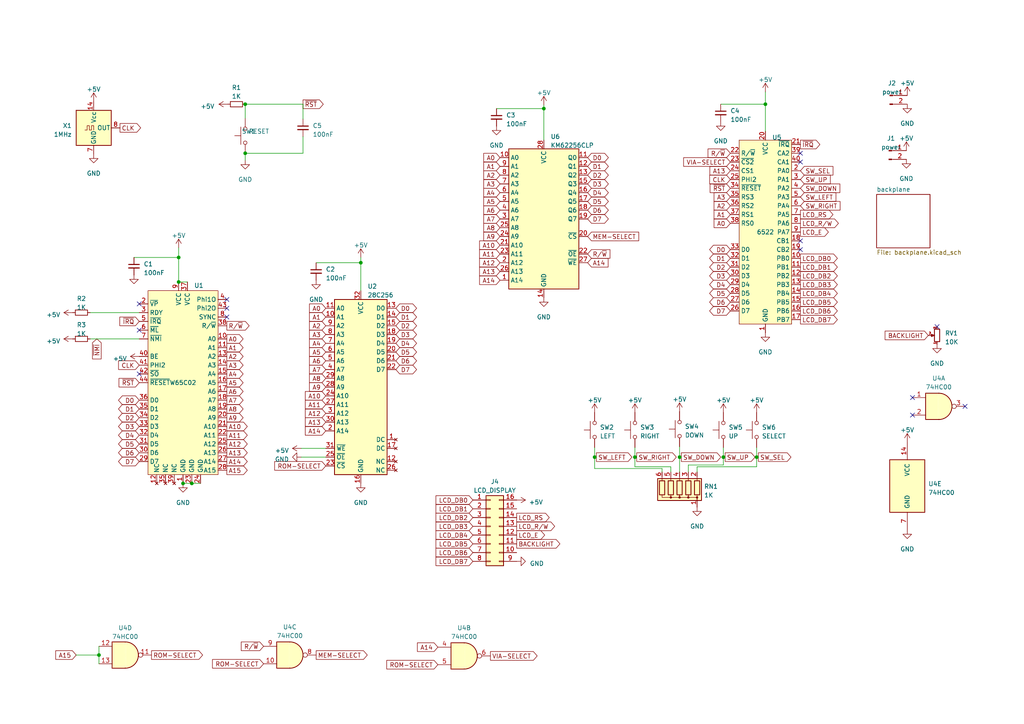
<source format=kicad_sch>
(kicad_sch (version 20230121) (generator eeschema)
  (paper "A4")
  (lib_symbols
    (symbol "74xx:74HC00" (pin_names (offset 1.016))
      (property "Reference" "U" (at 0 1.27 0))
      (property "Value" "74HC00" (at 0 -1.27 0))
      (symbol "74HC00_1_1"
        (pin input line (at -7.62 2.54 0) (length 3.81) (name "~") (number "1"))
        (pin input line (at -7.62 -2.54 0) (length 3.81) (name "~") (number "2"))
        (pin output inverted (at 7.62 0 180) (length 3.81) (name "~") (number "3"))
      )
      (symbol "74HC00_1_2"
        (pin input inverted (at -7.62 2.54 0) (length 4.318) (name "~") (number "1"))
        (pin input inverted (at -7.62 -2.54 0) (length 4.318) (name "~") (number "2"))
        (pin output line (at 7.62 0 180) (length 3.81) (name "~") (number "3"))
      )
      (symbol "74HC00_2_1"
        (pin input line (at -7.62 2.54 0) (length 3.81) (name "~") (number "4"))
        (pin input line (at -7.62 -2.54 0) (length 3.81) (name "~") (number "5"))
        (pin output inverted (at 7.62 0 180) (length 3.81) (name "~") (number "6"))
      )
      (symbol "74HC00_2_2"
        (pin input inverted (at -7.62 2.54 0) (length 4.318) (name "~") (number "4"))
        (pin input inverted (at -7.62 -2.54 0) (length 4.318) (name "~") (number "5"))
        (pin output line (at 7.62 0 180) (length 3.81) (name "~") (number "6"))
      )
      (symbol "74HC00_3_1"
        (pin input line (at -7.62 -2.54 0) (length 3.81) (name "~") (number "10"))
        (pin output inverted (at 7.62 0 180) (length 3.81) (name "~") (number "8"))
        (pin input line (at -7.62 2.54 0) (length 3.81) (name "~") (number "9"))
      )
      (symbol "74HC00_3_2"
        (pin input inverted (at -7.62 -2.54 0) (length 4.318) (name "~") (number "10"))
        (pin output line (at 7.62 0 180) (length 3.81) (name "~") (number "8"))
        (pin input inverted (at -7.62 2.54 0) (length 4.318) (name "~") (number "9"))
      )
      (symbol "74HC00_4_1"
        (pin output inverted (at 7.62 0 180) (length 3.81) (name "~") (number "11"))
        (pin input line (at -7.62 2.54 0) (length 3.81) (name "~") (number "12"))
        (pin input line (at -7.62 -2.54 0) (length 3.81) (name "~") (number "13"))
      )
      (symbol "74HC00_4_2"
        (pin output line (at 7.62 0 180) (length 3.81) (name "~") (number "11"))
        (pin input inverted (at -7.62 2.54 0) (length 4.318) (name "~") (number "12"))
        (pin input inverted (at -7.62 -2.54 0) (length 4.318) (name "~") (number "13"))
      )
      (symbol "74HC00_5_0"
        (pin power_in line (at 0 12.7 270) (length 5.08) (name "VCC") (number "14"))
        (pin power_in line (at 0 -12.7 90) (length 5.08) (name "GND") (number "7"))
      )
    )
    (symbol "BenEater:28C256_PLCC"
      (property "Reference" "U" (at -7.62 26.67 0))
      (property "Value" "28C256" (at 2.54 -26.67 0))
      (symbol "28C256_PLCC_1_1"
        (pin no_connect line (at 10.16 -15.24 180) (length 2.54) (name "DC") (number "1"))
        (pin input line (at -10.16 20.32 0) (length 2.54) (name "A1") (number "10"))
        (pin input line (at -10.16 22.86 0) (length 2.54) (name "A0") (number "11"))
        (pin no_connect line (at 10.16 -21.59 180) (length 2.54) (name "NC") (number "12"))
        (pin tri_state line (at 10.16 22.86 180) (length 2.54) (name "D0") (number "13"))
        (pin tri_state line (at 10.16 20.32 180) (length 2.54) (name "D1") (number "14"))
        (pin tri_state line (at 10.16 17.78 180) (length 2.54) (name "D2") (number "15"))
        (pin power_in line (at 0 -27.94 90) (length 2.54) (name "GND") (number "16"))
        (pin no_connect line (at 10.16 -17.78 180) (length 2.54) (name "DC") (number "17"))
        (pin tri_state line (at 10.16 15.24 180) (length 2.54) (name "D3") (number "18"))
        (pin tri_state line (at 10.16 12.7 180) (length 2.54) (name "D4") (number "19"))
        (pin input line (at -10.16 -12.7 0) (length 2.54) (name "A14") (number "2"))
        (pin tri_state line (at 10.16 10.16 180) (length 2.54) (name "D5") (number "20"))
        (pin tri_state line (at 10.16 7.62 180) (length 2.54) (name "D6") (number "21"))
        (pin tri_state line (at 10.16 5.08 180) (length 2.54) (name "D7") (number "22"))
        (pin input line (at -10.16 -22.86 0) (length 2.54) (name "~{CS}") (number "23"))
        (pin input line (at -10.16 -2.54 0) (length 2.54) (name "A10") (number "24"))
        (pin input line (at -10.16 -20.32 0) (length 2.54) (name "~{OE}") (number "25"))
        (pin no_connect line (at 10.16 -24.13 180) (length 2.54) (name "NC") (number "26"))
        (pin input line (at -10.16 -5.08 0) (length 2.54) (name "A11") (number "27"))
        (pin input line (at -10.16 0 0) (length 2.54) (name "A9") (number "28"))
        (pin input line (at -10.16 2.54 0) (length 2.54) (name "A8") (number "29"))
        (pin input line (at -10.16 -7.62 0) (length 2.54) (name "A12") (number "3"))
        (pin input line (at -10.16 -10.16 0) (length 2.54) (name "A13") (number "30"))
        (pin input line (at -10.16 -17.78 0) (length 2.54) (name "~{WE}") (number "31"))
        (pin power_in line (at 0 27.94 270) (length 2.54) (name "VCC") (number "32"))
        (pin input line (at -10.16 5.08 0) (length 2.54) (name "A7") (number "4"))
        (pin input line (at -10.16 7.62 0) (length 2.54) (name "A6") (number "5"))
        (pin input line (at -10.16 10.16 0) (length 2.54) (name "A5") (number "6"))
        (pin input line (at -10.16 12.7 0) (length 2.54) (name "A4") (number "7"))
        (pin input line (at -10.16 15.24 0) (length 2.54) (name "A3") (number "8"))
        (pin input line (at -10.16 17.78 0) (length 2.54) (name "A2") (number "9"))
      )
    )
    (symbol "BenEater:WD65C02_PLCC"
      (property "Reference" "U" (at 0 0 0))
      (symbol "WD65C02_PLCC_1_1"
        (pin passive line (at 0 -29.21 90) (length 2.54) (name "GND") (number "1"))
        (pin output line (at 12.7 12.7 180) (length 2.54) (name "A0") (number "10"))
        (pin output line (at 12.7 10.16 180) (length 2.54) (name "A1") (number "11"))
        (pin no_connect line (at -7.62 -29.21 90) (length 2.54) (name "NC") (number "12"))
        (pin output line (at 12.7 7.62 180) (length 2.54) (name "A2") (number "13"))
        (pin output line (at 12.7 5.08 180) (length 2.54) (name "A3") (number "14"))
        (pin output line (at 12.7 2.54 180) (length 2.54) (name "A4") (number "15"))
        (pin output line (at 12.7 0 180) (length 2.54) (name "A5") (number "16"))
        (pin output line (at 12.7 -2.54 180) (length 2.54) (name "A6") (number "17"))
        (pin output line (at 12.7 -5.08 180) (length 2.54) (name "A7") (number "18"))
        (pin output line (at 12.7 -7.62 180) (length 2.54) (name "A8") (number "19"))
        (pin input line (at -12.7 22.86 0) (length 2.54) (name "~{VP}") (number "2"))
        (pin output line (at 12.7 -10.16 180) (length 2.54) (name "A9") (number "20"))
        (pin output line (at 12.7 -12.7 180) (length 2.54) (name "A10") (number "21"))
        (pin output line (at 12.7 -15.24 180) (length 2.54) (name "A11") (number "22"))
        (pin passive line (at 2.54 -29.21 90) (length 2.54) (name "GND") (number "23"))
        (pin passive line (at 5.08 -29.21 90) (length 2.54) (name "GND") (number "24"))
        (pin output line (at 12.7 -17.78 180) (length 2.54) (name "A12") (number "25"))
        (pin output line (at 12.7 -20.32 180) (length 2.54) (name "A13") (number "26"))
        (pin output line (at 12.7 -22.86 180) (length 2.54) (name "A14") (number "27"))
        (pin output line (at 12.7 -25.4 180) (length 2.54) (name "A15") (number "28"))
        (pin bidirectional line (at -12.7 -22.86 0) (length 2.54) (name "D7") (number "29"))
        (pin input line (at -12.7 20.32 0) (length 2.54) (name "RDY") (number "3"))
        (pin bidirectional line (at -12.7 -20.32 0) (length 2.54) (name "D6") (number "30"))
        (pin bidirectional line (at -12.7 -17.78 0) (length 2.54) (name "D5") (number "31"))
        (pin bidirectional line (at -12.7 -15.24 0) (length 2.54) (name "D4") (number "32"))
        (pin bidirectional line (at -12.7 -12.7 0) (length 2.54) (name "D3") (number "33"))
        (pin bidirectional line (at -12.7 -10.16 0) (length 2.54) (name "D2") (number "34"))
        (pin bidirectional line (at -12.7 -7.62 0) (length 2.54) (name "D1") (number "35"))
        (pin no_connect line (at -5.08 -29.21 90) (length 2.54) (name "NC") (number "35"))
        (pin bidirectional line (at -12.7 -5.08 0) (length 2.54) (name "D0") (number "36"))
        (pin passive line (at 1.27 29.21 270) (length 2.54) (name "VCC") (number "37"))
        (pin output line (at 12.7 16.51 180) (length 2.54) (name "R/~{W}") (number "38"))
        (pin no_connect line (at -2.54 -29.21 90) (length 2.54) (name "NC") (number "39"))
        (pin output line (at 12.7 24.13 180) (length 2.54) (name "Phi1O") (number "4"))
        (pin input line (at -12.7 7.62 0) (length 2.54) (name "BE") (number "40"))
        (pin input line (at -12.7 5.08 0) (length 2.54) (name "PHI2") (number "41"))
        (pin input line (at -12.7 2.54 0) (length 2.54) (name "~{SO}") (number "42"))
        (pin output line (at 12.7 21.59 180) (length 2.54) (name "Phi2O") (number "43"))
        (pin input line (at -12.7 0 0) (length 2.54) (name "~{RESET}") (number "44"))
        (pin input line (at -12.7 17.78 0) (length 2.54) (name "~{IRQ}") (number "5"))
        (pin input line (at -12.7 15.24 0) (length 2.54) (name "~{ML}") (number "6"))
        (pin input line (at -12.7 12.7 0) (length 2.54) (name "~{NMI}") (number "7"))
        (pin output line (at 12.7 19.05 180) (length 2.54) (name "SYNC") (number "8"))
        (pin passive line (at -1.27 29.21 270) (length 2.54) (name "VCC") (number "9"))
      )
    )
    (symbol "BenEater:WD65C22"
      (property "Reference" "U" (at 0 0 0))
      (symbol "WD65C22_1_1"
        (pin passive line (at 0 -29.21 90) (length 2.54) (name "GND") (number "1"))
        (pin bidirectional line (at 10.16 -7.62 180) (length 2.54) (name "PB0") (number "10"))
        (pin bidirectional line (at 10.16 -10.16 180) (length 2.54) (name "PB1") (number "11"))
        (pin bidirectional line (at 10.16 -12.7 180) (length 2.54) (name "PB2") (number "12"))
        (pin bidirectional line (at 10.16 -15.24 180) (length 2.54) (name "PB3") (number "13"))
        (pin bidirectional line (at 10.16 -17.78 180) (length 2.54) (name "PB4") (number "14"))
        (pin bidirectional line (at 10.16 -20.32 180) (length 2.54) (name "PB5") (number "15"))
        (pin bidirectional line (at 10.16 -22.86 180) (length 2.54) (name "PB6") (number "16"))
        (pin bidirectional line (at 10.16 -25.4 180) (length 2.54) (name "PB7") (number "17"))
        (pin bidirectional line (at 10.16 -2.54 180) (length 2.54) (name "CB1") (number "18"))
        (pin bidirectional line (at 10.16 -5.08 180) (length 2.54) (name "CB2") (number "19"))
        (pin bidirectional line (at 10.16 17.78 180) (length 2.54) (name "PA0") (number "2"))
        (pin passive line (at 0 29.21 270) (length 2.54) (name "VCC") (number "20"))
        (pin output line (at 10.16 25.4 180) (length 2.54) (name "~{IRQ}") (number "21"))
        (pin input line (at -10.16 22.86 0) (length 2.54) (name "R/~{W}") (number "22"))
        (pin input line (at -10.16 20.32 0) (length 2.54) (name "~{CS2}") (number "23"))
        (pin input line (at -10.16 17.78 0) (length 2.54) (name "CS1") (number "24"))
        (pin input line (at -10.16 15.24 0) (length 2.54) (name "PHI2") (number "25"))
        (pin bidirectional line (at -10.16 -22.86 0) (length 2.54) (name "D7") (number "26"))
        (pin bidirectional line (at -10.16 -20.32 0) (length 2.54) (name "D6") (number "27"))
        (pin bidirectional line (at -10.16 -17.78 0) (length 2.54) (name "D5") (number "28"))
        (pin bidirectional line (at -10.16 -15.24 0) (length 2.54) (name "D4") (number "29"))
        (pin bidirectional line (at 10.16 15.24 180) (length 2.54) (name "PA1") (number "3"))
        (pin bidirectional line (at -10.16 -12.7 0) (length 2.54) (name "D3") (number "30"))
        (pin bidirectional line (at -10.16 -10.16 0) (length 2.54) (name "D2") (number "31"))
        (pin bidirectional line (at -10.16 -7.62 0) (length 2.54) (name "D1") (number "32"))
        (pin bidirectional line (at -10.16 -5.08 0) (length 2.54) (name "D0") (number "33"))
        (pin input line (at -10.16 12.7 0) (length 2.54) (name "~{RESET}") (number "34"))
        (pin input line (at -10.16 10.16 0) (length 2.54) (name "RS3") (number "35"))
        (pin input line (at -10.16 7.62 0) (length 2.54) (name "RS2") (number "36"))
        (pin input line (at -10.16 5.08 0) (length 2.54) (name "RS1") (number "37"))
        (pin input line (at -10.16 2.54 0) (length 2.54) (name "RS0") (number "38"))
        (pin bidirectional line (at 10.16 22.86 180) (length 2.54) (name "CA2") (number "39"))
        (pin bidirectional line (at 10.16 12.7 180) (length 2.54) (name "PA2") (number "4"))
        (pin bidirectional line (at 10.16 20.32 180) (length 2.54) (name "CA1") (number "40"))
        (pin bidirectional line (at 10.16 10.16 180) (length 2.54) (name "PA3") (number "5"))
        (pin bidirectional line (at 10.16 7.62 180) (length 2.54) (name "PA4") (number "6"))
        (pin bidirectional line (at 10.16 5.08 180) (length 2.54) (name "PA5") (number "7"))
        (pin bidirectional line (at 10.16 2.54 180) (length 2.54) (name "PA6") (number "8"))
        (pin bidirectional line (at 10.16 0 180) (length 2.54) (name "PA7") (number "9"))
      )
    )
    (symbol "Connector:Conn_01x02_Pin" (pin_names (offset 1.016) hide)
      (property "Reference" "J" (at 0 2.54 0))
      (property "Value" "Conn_01x02_Pin" (at 0 -5.08 0))
      (symbol "Conn_01x02_Pin_1_1"
        (pin passive line (at 5.08 0 180) (length 3.81) (name "Pin_1") (number "1"))
        (pin passive line (at 5.08 -2.54 180) (length 3.81) (name "Pin_2") (number "2"))
      )
    )
    (symbol "Connector_Generic:Conn_02x08_Counter_Clockwise" (pin_names (offset 1.016) hide)
      (property "Reference" "J" (at 1.27 10.16 0))
      (property "Value" "Conn_02x08_Counter_Clockwise" (at 1.27 -12.7 0))
      (symbol "Conn_02x08_Counter_Clockwise_1_1"
        (pin passive line (at -5.08 7.62 0) (length 3.81) (name "Pin_1") (number "1"))
        (pin passive line (at 7.62 -7.62 180) (length 3.81) (name "Pin_10") (number "10"))
        (pin passive line (at 7.62 -5.08 180) (length 3.81) (name "Pin_11") (number "11"))
        (pin passive line (at 7.62 -2.54 180) (length 3.81) (name "Pin_12") (number "12"))
        (pin passive line (at 7.62 0 180) (length 3.81) (name "Pin_13") (number "13"))
        (pin passive line (at 7.62 2.54 180) (length 3.81) (name "Pin_14") (number "14"))
        (pin passive line (at 7.62 5.08 180) (length 3.81) (name "Pin_15") (number "15"))
        (pin passive line (at 7.62 7.62 180) (length 3.81) (name "Pin_16") (number "16"))
        (pin passive line (at -5.08 5.08 0) (length 3.81) (name "Pin_2") (number "2"))
        (pin passive line (at -5.08 2.54 0) (length 3.81) (name "Pin_3") (number "3"))
        (pin passive line (at -5.08 0 0) (length 3.81) (name "Pin_4") (number "4"))
        (pin passive line (at -5.08 -2.54 0) (length 3.81) (name "Pin_5") (number "5"))
        (pin passive line (at -5.08 -5.08 0) (length 3.81) (name "Pin_6") (number "6"))
        (pin passive line (at -5.08 -7.62 0) (length 3.81) (name "Pin_7") (number "7"))
        (pin passive line (at -5.08 -10.16 0) (length 3.81) (name "Pin_8") (number "8"))
        (pin passive line (at 7.62 -10.16 180) (length 3.81) (name "Pin_9") (number "9"))
      )
    )
    (symbol "Device:C_Small" (pin_numbers hide) (pin_names (offset 0.254) hide)
      (property "Reference" "C" (at 0.254 1.778 0))
      (property "Value" "C_Small" (at 0.254 -2.032 0))
      (symbol "C_Small_1_1"
        (pin passive line (at 0 2.54 270) (length 2.032) (name "~") (number "1"))
        (pin passive line (at 0 -2.54 90) (length 2.032) (name "~") (number "2"))
      )
    )
    (symbol "Device:R_Network05" (pin_names (offset 0) hide)
      (property "Reference" "RN" (at -7.62 0 90))
      (property "Value" "R_Network05" (at 7.62 0 90))
      (symbol "R_Network05_1_1"
        (pin passive line (at -5.08 5.08 270) (length 2.54) (name "common") (number "1"))
        (pin passive line (at -5.08 -5.08 90) (length 1.27) (name "R1") (number "2"))
        (pin passive line (at -2.54 -5.08 90) (length 1.27) (name "R2") (number "3"))
        (pin passive line (at 0 -5.08 90) (length 1.27) (name "R3") (number "4"))
        (pin passive line (at 2.54 -5.08 90) (length 1.27) (name "R4") (number "5"))
        (pin passive line (at 5.08 -5.08 90) (length 1.27) (name "R5") (number "6"))
      )
    )
    (symbol "Device:R_Potentiometer_Small" (pin_names (offset 1.016) hide)
      (property "Reference" "RV" (at -4.445 0 90))
      (property "Value" "R_Potentiometer_Small" (at -2.54 0 90))
      (symbol "R_Potentiometer_Small_1_1"
        (pin passive line (at 0 2.54 270) (length 0.635) (name "1") (number "1"))
        (pin passive line (at 2.54 0 180) (length 0.9906) (name "2") (number "2"))
        (pin passive line (at 0 -2.54 90) (length 0.635) (name "3") (number "3"))
      )
    )
    (symbol "Device:R_Small" (pin_numbers hide) (pin_names (offset 0.254) hide)
      (property "Reference" "R" (at 0.762 0.508 0))
      (property "Value" "R_Small" (at 0.762 -1.016 0))
      (symbol "R_Small_1_1"
        (pin passive line (at 0 2.54 270) (length 0.762) (name "~") (number "1"))
        (pin passive line (at 0 -2.54 90) (length 0.762) (name "~") (number "2"))
      )
    )
    (symbol "Memory_RAM:KM62256CLP"
      (property "Reference" "U" (at -10.16 20.955 0))
      (property "Value" "KM62256CLP" (at 2.54 20.955 0))
      (symbol "KM62256CLP_0_0"
        (pin power_in line (at 0 -22.86 90) (length 2.54) (name "GND") (number "14"))
        (pin power_in line (at 0 22.86 270) (length 2.54) (name "VCC") (number "28"))
      )
      (symbol "KM62256CLP_1_1"
        (pin input line (at -12.7 -17.78 0) (length 2.54) (name "A14") (number "1"))
        (pin input line (at -12.7 17.78 0) (length 2.54) (name "A0") (number "10"))
        (pin tri_state line (at 12.7 17.78 180) (length 2.54) (name "Q0") (number "11"))
        (pin tri_state line (at 12.7 15.24 180) (length 2.54) (name "Q1") (number "12"))
        (pin tri_state line (at 12.7 12.7 180) (length 2.54) (name "Q2") (number "13"))
        (pin tri_state line (at 12.7 10.16 180) (length 2.54) (name "Q3") (number "15"))
        (pin tri_state line (at 12.7 7.62 180) (length 2.54) (name "Q4") (number "16"))
        (pin tri_state line (at 12.7 5.08 180) (length 2.54) (name "Q5") (number "17"))
        (pin tri_state line (at 12.7 2.54 180) (length 2.54) (name "Q6") (number "18"))
        (pin tri_state line (at 12.7 0 180) (length 2.54) (name "Q7") (number "19"))
        (pin input line (at -12.7 -12.7 0) (length 2.54) (name "A12") (number "2"))
        (pin input line (at 12.7 -5.08 180) (length 2.54) (name "~{CS}") (number "20"))
        (pin input line (at -12.7 -7.62 0) (length 2.54) (name "A10") (number "21"))
        (pin input line (at 12.7 -10.16 180) (length 2.54) (name "~{OE}") (number "22"))
        (pin input line (at -12.7 -10.16 0) (length 2.54) (name "A11") (number "23"))
        (pin input line (at -12.7 -5.08 0) (length 2.54) (name "A9") (number "24"))
        (pin input line (at -12.7 -2.54 0) (length 2.54) (name "A8") (number "25"))
        (pin input line (at -12.7 -15.24 0) (length 2.54) (name "A13") (number "26"))
        (pin input line (at 12.7 -12.7 180) (length 2.54) (name "~{WE}") (number "27"))
        (pin input line (at -12.7 0 0) (length 2.54) (name "A7") (number "3"))
        (pin input line (at -12.7 2.54 0) (length 2.54) (name "A6") (number "4"))
        (pin input line (at -12.7 5.08 0) (length 2.54) (name "A5") (number "5"))
        (pin input line (at -12.7 7.62 0) (length 2.54) (name "A4") (number "6"))
        (pin input line (at -12.7 10.16 0) (length 2.54) (name "A3") (number "7"))
        (pin input line (at -12.7 12.7 0) (length 2.54) (name "A2") (number "8"))
        (pin input line (at -12.7 15.24 0) (length 2.54) (name "A1") (number "9"))
      )
    )
    (symbol "Oscillator:ACO-xxxMHz" (pin_names (offset 0.254))
      (property "Reference" "X" (at -5.08 6.35 0))
      (property "Value" "ACO-xxxMHz" (at 1.27 -6.35 0))
      (symbol "ACO-xxxMHz_1_1"
        (pin no_connect line (at -5.08 2.54 0) (length 2.54) hide (name "NC") (number "1"))
        (pin power_in line (at 0 7.62 270) (length 2.54) (name "Vcc") (number "14"))
        (pin power_in line (at 0 -7.62 90) (length 2.54) (name "GND") (number "7"))
        (pin output line (at 7.62 0 180) (length 2.54) (name "OUT") (number "8"))
      )
    )
    (symbol "SW_MEC_5G_1" (pin_numbers hide) (pin_names (offset 1.016) hide)
      (property "Reference" "SW2" (at 1.778 0.635 90))
      (property "Value" "LEFT" (at 1.778 -1.905 90))
      (symbol "SW_MEC_5G_1_0_1"
        (pin passive line (at -5.08 0 0) (length 2.54) (name "A") (number "1"))
        (pin passive line (at 5.08 0 180) (length 2.54) (name "B") (number "2"))
      )
      (symbol "SW_MEC_5G_1_1_1"
        (pin passive line (at -5.08 0 0) (length 2.54) hide (name "A") (number "2"))
        (pin passive line (at 5.08 0 180) (length 2.54) hide (name "B") (number "4"))
      )
    )
    (symbol "Switch:SW_MEC_5G" (pin_numbers hide) (pin_names (offset 1.016) hide)
      (property "Reference" "SW1" (at 1.27 1.016 90))
      (property "Value" "RESET" (at 1.27 -1.016 90))
      (symbol "SW_MEC_5G_0_1"
        (pin passive line (at -5.08 0 0) (length 2.54) (name "A") (number "1"))
        (pin passive line (at 5.08 0 180) (length 2.54) (name "B") (number "2"))
      )
      (symbol "SW_MEC_5G_1_1"
        (pin passive line (at -5.08 0 0) (length 2.54) hide (name "A") (number "3"))
        (pin passive line (at 5.08 0 180) (length 2.54) hide (name "B") (number "4"))
      )
    )
    (symbol "power:+5V" (power) (pin_names (offset 0))
      (property "Value" "+5V" (at 0 3.556 0))
      (symbol "+5V_1_1"
        (pin power_in line (at 0 0 90) (length 0) hide (name "+5V") (number "1"))
      )
    )
    (symbol "power:GND" (power) (pin_names (offset 0))
      (property "Value" "GND" (at 0 -3.81 0))
      (symbol "GND_1_1"
        (pin power_in line (at 0 0 270) (length 0) hide (name "GND") (number "1"))
      )
    )
  )
  (junction (at 28.702 189.992))
  (junction (at 71.12 44.45))
  (junction (at 219.456 132.588))
  (junction (at 53.086 140.208))
  (junction (at 184.15 132.588))
  (junction (at 71.12 30.226))
  (junction (at 104.648 76.2))
  (junction (at 172.466 132.588))
  (junction (at 157.734 31.496))
  (junction (at 55.626 140.208))
  (junction (at 221.996 30.226))
  (junction (at 197.104 132.588))
  (junction (at 209.804 132.588))
  (junction (at 51.816 74.676))
  (junction (at 51.816 81.788))
  (no_connect (at 40.386 108.458))
  (no_connect (at 232.156 44.45))
  (no_connect (at 232.156 72.39))
  (no_connect (at 40.386 88.138))
  (no_connect (at 65.786 89.408))
  (no_connect (at 264.668 115.316))
  (no_connect (at 65.786 91.948))
  (no_connect (at 40.386 95.758))
  (no_connect (at 271.78 94.742))
  (no_connect (at 232.156 69.85))
  (no_connect (at 264.668 120.396))
  (no_connect (at 65.786 86.868))
  (no_connect (at 279.908 117.856))
  (no_connect (at 232.156 46.99))
  (wire (pts (xy 71.12 30.226) (xy 87.884 30.226)))
  (wire (pts (xy 202.184 135.382) (xy 202.184 136.906)))
  (wire (pts (xy 87.884 30.226) (xy 87.884 34.544)))
  (wire (pts (xy 104.648 74.676) (xy 104.648 76.2)))
  (wire (pts (xy 144.018 31.496) (xy 157.734 31.496)))
  (wire (pts (xy 172.466 135.89) (xy 192.024 135.89)))
  (wire (pts (xy 26.162 98.298) (xy 40.386 98.298)))
  (wire (pts (xy 184.15 129.794) (xy 184.15 132.588)))
  (wire (pts (xy 87.884 39.624) (xy 87.884 44.45)))
  (wire (pts (xy 197.104 129.54) (xy 197.104 132.588)))
  (wire (pts (xy 172.466 132.588) (xy 172.466 135.89)))
  (wire (pts (xy 71.12 44.45) (xy 87.884 44.45)))
  (wire (pts (xy 53.086 140.208) (xy 55.626 140.208)))
  (wire (pts (xy 172.466 129.794) (xy 172.466 132.588)))
  (wire (pts (xy 28.702 187.452) (xy 28.702 189.992)))
  (wire (pts (xy 192.024 135.89) (xy 192.024 136.906)))
  (wire (pts (xy 71.12 46.482) (xy 71.12 44.45)))
  (wire (pts (xy 197.104 132.588) (xy 197.104 136.906)))
  (wire (pts (xy 157.734 30.48) (xy 157.734 31.496)))
  (wire (pts (xy 197.104 132.588) (xy 197.612 132.588)))
  (wire (pts (xy 172.466 132.588) (xy 172.974 132.588)))
  (wire (pts (xy 194.564 135.382) (xy 194.564 136.906)))
  (wire (pts (xy 219.456 129.794) (xy 219.456 132.588)))
  (wire (pts (xy 219.456 132.588) (xy 219.456 135.382)))
  (wire (pts (xy 38.862 74.676) (xy 51.816 74.676)))
  (wire (pts (xy 51.816 71.882) (xy 51.816 74.676)))
  (wire (pts (xy 219.456 135.382) (xy 202.184 135.382)))
  (wire (pts (xy 209.804 132.588) (xy 210.312 132.588)))
  (wire (pts (xy 51.816 81.788) (xy 54.356 81.788)))
  (wire (pts (xy 209.804 129.794) (xy 209.804 132.588)))
  (wire (pts (xy 87.376 132.588) (xy 94.488 132.588)))
  (wire (pts (xy 209.042 30.226) (xy 221.996 30.226)))
  (wire (pts (xy 28.702 189.992) (xy 28.702 192.532)))
  (wire (pts (xy 26.162 90.678) (xy 40.386 90.678)))
  (wire (pts (xy 221.996 26.67) (xy 221.996 30.226)))
  (wire (pts (xy 55.626 140.208) (xy 58.166 140.208)))
  (wire (pts (xy 209.804 134.874) (xy 199.644 134.874)))
  (wire (pts (xy 91.694 76.2) (xy 104.648 76.2)))
  (wire (pts (xy 51.816 74.676) (xy 51.816 81.788)))
  (wire (pts (xy 221.996 30.226) (xy 221.996 38.1)))
  (wire (pts (xy 157.734 31.496) (xy 157.734 40.64)))
  (wire (pts (xy 209.804 132.588) (xy 209.804 134.874)))
  (wire (pts (xy 184.15 135.382) (xy 194.564 135.382)))
  (wire (pts (xy 184.15 132.588) (xy 184.658 132.588)))
  (wire (pts (xy 184.15 132.588) (xy 184.15 135.382)))
  (wire (pts (xy 71.12 34.29) (xy 71.12 30.226)))
  (wire (pts (xy 87.376 130.048) (xy 94.488 130.048)))
  (wire (pts (xy 219.456 132.588) (xy 219.964 132.588)))
  (wire (pts (xy 104.648 76.2) (xy 104.648 84.328)))
  (wire (pts (xy 22.098 189.992) (xy 28.702 189.992)))
  (wire (pts (xy 199.644 134.874) (xy 199.644 136.906)))
  (global_label "D3" (shape bidirectional) (at 114.808 97.028 0) (property "Intersheetrefs" "${INTERSHEET_REFS}" (effects hide)))
  (global_label "A15" (shape input) (at 22.098 189.992 180) (property "Intersheetrefs" "${INTERSHEET_REFS}" (effects hide)))
  (global_label "VIA-SELECT" (shape input) (at 211.836 46.99 180) (property "Intersheetrefs" "${INTERSHEET_REFS}" (effects hide)))
  (global_label "A10" (shape input) (at 145.034 71.12 180) (property "Intersheetrefs" "${INTERSHEET_REFS}" (effects hide)))
  (global_label "D0" (shape bidirectional) (at 211.836 72.39 180) (property "Intersheetrefs" "${INTERSHEET_REFS}" (effects hide)))
  (global_label "A11" (shape input) (at 94.488 117.348 180) (property "Intersheetrefs" "${INTERSHEET_REFS}" (effects hide)))
  (global_label "D7" (shape bidirectional) (at 40.386 133.858 180) (property "Intersheetrefs" "${INTERSHEET_REFS}" (effects hide)))
  (global_label "A0" (shape input) (at 211.836 64.77 180) (property "Intersheetrefs" "${INTERSHEET_REFS}" (effects hide)))
  (global_label "D0" (shape bidirectional) (at 170.434 45.72 0) (property "Intersheetrefs" "${INTERSHEET_REFS}" (effects hide)))
  (global_label "LCD_E" (shape output) (at 149.86 155.194 0) (property "Intersheetrefs" "${INTERSHEET_REFS}" (effects hide)))
  (global_label "A12" (shape input) (at 94.488 119.888 180) (property "Intersheetrefs" "${INTERSHEET_REFS}" (effects hide)))
  (global_label "A2" (shape output) (at 65.786 103.378 0) (property "Intersheetrefs" "${INTERSHEET_REFS}" (effects hide)))
  (global_label "A6" (shape input) (at 145.034 60.96 180) (property "Intersheetrefs" "${INTERSHEET_REFS}" (effects hide)))
  (global_label "A10" (shape output) (at 65.786 123.698 0) (property "Intersheetrefs" "${INTERSHEET_REFS}" (effects hide)))
  (global_label "D5" (shape bidirectional) (at 211.836 85.09 180) (property "Intersheetrefs" "${INTERSHEET_REFS}" (effects hide)))
  (global_label "~{IRQ}" (shape input) (at 40.386 93.218 180) (property "Intersheetrefs" "${INTERSHEET_REFS}" (effects hide)))
  (global_label "VIA-SELECT" (shape output) (at 142.24 190.246 0) (property "Intersheetrefs" "${INTERSHEET_REFS}" (effects hide)))
  (global_label "LCD_DB7" (shape input) (at 137.16 162.814 180) (property "Intersheetrefs" "${INTERSHEET_REFS}" (effects hide)))
  (global_label "A0" (shape output) (at 65.786 98.298 0) (property "Intersheetrefs" "${INTERSHEET_REFS}" (effects hide)))
  (global_label "LCD_DB3" (shape output) (at 232.156 82.55 0) (property "Intersheetrefs" "${INTERSHEET_REFS}" (effects hide)))
  (global_label "A14" (shape input) (at 127 187.706 180) (property "Intersheetrefs" "${INTERSHEET_REFS}" (effects hide)))
  (global_label "CLK" (shape output) (at 34.798 37.084 0) (property "Intersheetrefs" "${INTERSHEET_REFS}" (effects hide)))
  (global_label "SW_LEFT" (shape output) (at 172.974 132.588 0) (property "Intersheetrefs" "${INTERSHEET_REFS}" (effects hide)))
  (global_label "A9" (shape output) (at 65.786 121.158 0) (property "Intersheetrefs" "${INTERSHEET_REFS}" (effects hide)))
  (global_label "A13" (shape input) (at 145.034 78.74 180) (property "Intersheetrefs" "${INTERSHEET_REFS}" (effects hide)))
  (global_label "A7" (shape input) (at 94.488 107.188 180) (property "Intersheetrefs" "${INTERSHEET_REFS}" (effects hide)))
  (global_label "A10" (shape input) (at 94.488 114.808 180) (property "Intersheetrefs" "${INTERSHEET_REFS}" (effects hide)))
  (global_label "D0" (shape bidirectional) (at 114.808 89.408 0) (property "Intersheetrefs" "${INTERSHEET_REFS}" (effects hide)))
  (global_label "A7" (shape input) (at 145.034 63.5 180) (property "Intersheetrefs" "${INTERSHEET_REFS}" (effects hide)))
  (global_label "A3" (shape input) (at 94.488 97.028 180) (property "Intersheetrefs" "${INTERSHEET_REFS}" (effects hide)))
  (global_label "A14" (shape input) (at 145.034 81.28 180) (property "Intersheetrefs" "${INTERSHEET_REFS}" (effects hide)))
  (global_label "R{slash}~{W}" (shape input) (at 211.836 44.45 180) (property "Intersheetrefs" "${INTERSHEET_REFS}" (effects hide)))
  (global_label "A5" (shape input) (at 145.034 58.42 180) (property "Intersheetrefs" "${INTERSHEET_REFS}" (effects hide)))
  (global_label "D6" (shape bidirectional) (at 211.836 87.63 180) (property "Intersheetrefs" "${INTERSHEET_REFS}" (effects hide)))
  (global_label "A3" (shape input) (at 211.836 57.15 180) (property "Intersheetrefs" "${INTERSHEET_REFS}" (effects hide)))
  (global_label "D5" (shape bidirectional) (at 170.434 58.42 0) (property "Intersheetrefs" "${INTERSHEET_REFS}" (effects hide)))
  (global_label "A14" (shape output) (at 65.786 133.858 0) (property "Intersheetrefs" "${INTERSHEET_REFS}" (effects hide)))
  (global_label "D2" (shape bidirectional) (at 114.808 94.488 0) (property "Intersheetrefs" "${INTERSHEET_REFS}" (effects hide)))
  (global_label "A1" (shape input) (at 94.488 91.948 180) (property "Intersheetrefs" "${INTERSHEET_REFS}" (effects hide)))
  (global_label "R{slash}~{W}" (shape output) (at 65.786 94.488 0) (property "Intersheetrefs" "${INTERSHEET_REFS}" (effects hide)))
  (global_label "D1" (shape bidirectional) (at 170.434 48.26 0) (property "Intersheetrefs" "${INTERSHEET_REFS}" (effects hide)))
  (global_label "D6" (shape bidirectional) (at 40.386 131.318 180) (property "Intersheetrefs" "${INTERSHEET_REFS}" (effects hide)))
  (global_label "~{RST}" (shape input) (at 40.386 110.998 180) (property "Intersheetrefs" "${INTERSHEET_REFS}" (effects hide)))
  (global_label "D3" (shape bidirectional) (at 40.386 123.698 180) (property "Intersheetrefs" "${INTERSHEET_REFS}" (effects hide)))
  (global_label "MEM-SELECT" (shape output) (at 91.694 189.992 0) (property "Intersheetrefs" "${INTERSHEET_REFS}" (effects hide)))
  (global_label "A7" (shape output) (at 65.786 116.078 0) (property "Intersheetrefs" "${INTERSHEET_REFS}" (effects hide)))
  (global_label "D7" (shape bidirectional) (at 114.808 107.188 0) (property "Intersheetrefs" "${INTERSHEET_REFS}" (effects hide)))
  (global_label "~{RST}" (shape output) (at 87.884 30.226 0) (property "Intersheetrefs" "${INTERSHEET_REFS}" (effects hide)))
  (global_label "BACKLIGHT" (shape input) (at 269.24 97.282 180) (property "Intersheetrefs" "${INTERSHEET_REFS}" (effects hide)))
  (global_label "A14" (shape input) (at 170.434 76.2 0) (property "Intersheetrefs" "${INTERSHEET_REFS}" (effects hide)))
  (global_label "LCD_DB2" (shape output) (at 232.156 80.01 0) (property "Intersheetrefs" "${INTERSHEET_REFS}" (effects hide)))
  (global_label "D6" (shape bidirectional) (at 170.434 60.96 0) (property "Intersheetrefs" "${INTERSHEET_REFS}" (effects hide)))
  (global_label "LCD_RS" (shape output) (at 149.86 150.114 0) (property "Intersheetrefs" "${INTERSHEET_REFS}" (effects hide)))
  (global_label "SW_LEFT" (shape input) (at 232.156 57.15 0) (property "Intersheetrefs" "${INTERSHEET_REFS}" (effects hide)))
  (global_label "R{slash}~{W}" (shape input) (at 170.434 73.66 0) (property "Intersheetrefs" "${INTERSHEET_REFS}" (effects hide)))
  (global_label "A4" (shape input) (at 145.034 55.88 180) (property "Intersheetrefs" "${INTERSHEET_REFS}" (effects hide)))
  (global_label "A3" (shape output) (at 65.786 105.918 0) (property "Intersheetrefs" "${INTERSHEET_REFS}" (effects hide)))
  (global_label "A11" (shape input) (at 145.034 73.66 180) (property "Intersheetrefs" "${INTERSHEET_REFS}" (effects hide)))
  (global_label "A13" (shape input) (at 211.836 49.53 180) (property "Intersheetrefs" "${INTERSHEET_REFS}" (effects hide)))
  (global_label "LCD_E" (shape output) (at 232.156 67.31 0) (property "Intersheetrefs" "${INTERSHEET_REFS}" (effects hide)))
  (global_label "D1" (shape bidirectional) (at 211.836 74.93 180) (property "Intersheetrefs" "${INTERSHEET_REFS}" (effects hide)))
  (global_label "~{NMI}" (shape input) (at 28.0829 98.298 270) (property "Intersheetrefs" "${INTERSHEET_REFS}" (effects hide)))
  (global_label "SW_DOWN" (shape input) (at 232.156 54.61 0) (property "Intersheetrefs" "${INTERSHEET_REFS}" (effects hide)))
  (global_label "D2" (shape bidirectional) (at 211.836 77.47 180) (property "Intersheetrefs" "${INTERSHEET_REFS}" (effects hide)))
  (global_label "A6" (shape output) (at 65.786 113.538 0) (property "Intersheetrefs" "${INTERSHEET_REFS}" (effects hide)))
  (global_label "A1" (shape input) (at 145.034 48.26 180) (property "Intersheetrefs" "${INTERSHEET_REFS}" (effects hide)))
  (global_label "D3" (shape bidirectional) (at 170.434 53.34 0) (property "Intersheetrefs" "${INTERSHEET_REFS}" (effects hide)))
  (global_label "A11" (shape output) (at 65.786 126.238 0) (property "Intersheetrefs" "${INTERSHEET_REFS}" (effects hide)))
  (global_label "CLK" (shape input) (at 211.836 52.07 180) (property "Intersheetrefs" "${INTERSHEET_REFS}" (effects hide)))
  (global_label "LCD_DB6" (shape input) (at 137.16 160.274 180) (property "Intersheetrefs" "${INTERSHEET_REFS}" (effects hide)))
  (global_label "D5" (shape bidirectional) (at 114.808 102.108 0) (property "Intersheetrefs" "${INTERSHEET_REFS}" (effects hide)))
  (global_label "LCD_DB1" (shape input) (at 137.16 147.574 180) (property "Intersheetrefs" "${INTERSHEET_REFS}" (effects hide)))
  (global_label "R{slash}~{W}" (shape input) (at 76.454 187.452 180) (property "Intersheetrefs" "${INTERSHEET_REFS}" (effects hide)))
  (global_label "SW_UP" (shape input) (at 232.156 52.07 0) (property "Intersheetrefs" "${INTERSHEET_REFS}" (effects hide)))
  (global_label "LCD_R{slash}W" (shape output) (at 149.86 152.654 0) (property "Intersheetrefs" "${INTERSHEET_REFS}" (effects hide)))
  (global_label "A9" (shape input) (at 145.034 68.58 180) (property "Intersheetrefs" "${INTERSHEET_REFS}" (effects hide)))
  (global_label "A5" (shape output) (at 65.786 110.998 0) (property "Intersheetrefs" "${INTERSHEET_REFS}" (effects hide)))
  (global_label "A15" (shape output) (at 65.786 136.398 0) (property "Intersheetrefs" "${INTERSHEET_REFS}" (effects hide)))
  (global_label "LCD_DB1" (shape output) (at 232.156 77.47 0) (property "Intersheetrefs" "${INTERSHEET_REFS}" (effects hide)))
  (global_label "LCD_DB6" (shape output) (at 232.156 90.17 0) (property "Intersheetrefs" "${INTERSHEET_REFS}" (effects hide)))
  (global_label "A13" (shape input) (at 94.488 122.428 180) (property "Intersheetrefs" "${INTERSHEET_REFS}" (effects hide)))
  (global_label "LCD_RS" (shape output) (at 232.156 62.23 0) (property "Intersheetrefs" "${INTERSHEET_REFS}" (effects hide)))
  (global_label "A2" (shape input) (at 211.836 59.69 180) (property "Intersheetrefs" "${INTERSHEET_REFS}" (effects hide)))
  (global_label "LCD_DB0" (shape input) (at 137.16 145.034 180) (property "Intersheetrefs" "${INTERSHEET_REFS}" (effects hide)))
  (global_label "A0" (shape input) (at 145.034 45.72 180) (property "Intersheetrefs" "${INTERSHEET_REFS}" (effects hide)))
  (global_label "D0" (shape bidirectional) (at 40.386 116.078 180) (property "Intersheetrefs" "${INTERSHEET_REFS}" (effects hide)))
  (global_label "SW_SEL" (shape input) (at 232.156 49.53 0) (property "Intersheetrefs" "${INTERSHEET_REFS}" (effects hide)))
  (global_label "SW_RIGHT" (shape output) (at 184.658 132.588 0) (property "Intersheetrefs" "${INTERSHEET_REFS}" (effects hide)))
  (global_label "SW_DOWN" (shape output) (at 197.612 132.588 0) (property "Intersheetrefs" "${INTERSHEET_REFS}" (effects hide)))
  (global_label "D1" (shape bidirectional) (at 114.808 91.948 0) (property "Intersheetrefs" "${INTERSHEET_REFS}" (effects hide)))
  (global_label "MEM-SELECT" (shape input) (at 170.434 68.58 0) (property "Intersheetrefs" "${INTERSHEET_REFS}" (effects hide)))
  (global_label "LCD_DB4" (shape output) (at 232.156 85.09 0) (property "Intersheetrefs" "${INTERSHEET_REFS}" (effects hide)))
  (global_label "A1" (shape output) (at 65.786 100.838 0) (property "Intersheetrefs" "${INTERSHEET_REFS}" (effects hide)))
  (global_label "D7" (shape bidirectional) (at 170.434 63.5 0) (property "Intersheetrefs" "${INTERSHEET_REFS}" (effects hide)))
  (global_label "ROM-SELECT" (shape input) (at 76.454 192.532 180) (property "Intersheetrefs" "${INTERSHEET_REFS}" (effects hide)))
  (global_label "D6" (shape bidirectional) (at 114.808 104.648 0) (property "Intersheetrefs" "${INTERSHEET_REFS}" (effects hide)))
  (global_label "A8" (shape output) (at 65.786 118.618 0) (property "Intersheetrefs" "${INTERSHEET_REFS}" (effects hide)))
  (global_label "D5" (shape bidirectional) (at 40.386 128.778 180) (property "Intersheetrefs" "${INTERSHEET_REFS}" (effects hide)))
  (global_label "D4" (shape bidirectional) (at 170.434 55.88 0) (property "Intersheetrefs" "${INTERSHEET_REFS}" (effects hide)))
  (global_label "A12" (shape input) (at 145.034 76.2 180) (property "Intersheetrefs" "${INTERSHEET_REFS}" (effects hide)))
  (global_label "LCD_DB5" (shape input) (at 137.16 157.734 180) (property "Intersheetrefs" "${INTERSHEET_REFS}" (effects hide)))
  (global_label "ROM-SELECT" (shape output) (at 43.942 189.992 0) (property "Intersheetrefs" "${INTERSHEET_REFS}" (effects hide)))
  (global_label "D4" (shape bidirectional) (at 211.836 82.55 180) (property "Intersheetrefs" "${INTERSHEET_REFS}" (effects hide)))
  (global_label "LCD_DB7" (shape output) (at 232.156 92.71 0) (property "Intersheetrefs" "${INTERSHEET_REFS}" (effects hide)))
  (global_label "LCD_DB5" (shape output) (at 232.156 87.63 0) (property "Intersheetrefs" "${INTERSHEET_REFS}" (effects hide)))
  (global_label "A13" (shape output) (at 65.786 131.318 0) (property "Intersheetrefs" "${INTERSHEET_REFS}" (effects hide)))
  (global_label "A4" (shape input) (at 94.488 99.568 180) (property "Intersheetrefs" "${INTERSHEET_REFS}" (effects hide)))
  (global_label "A8" (shape input) (at 94.488 109.728 180) (property "Intersheetrefs" "${INTERSHEET_REFS}" (effects hide)))
  (global_label "D4" (shape bidirectional) (at 40.386 126.238 180) (property "Intersheetrefs" "${INTERSHEET_REFS}" (effects hide)))
  (global_label "A14" (shape input) (at 94.488 124.968 180) (property "Intersheetrefs" "${INTERSHEET_REFS}" (effects hide)))
  (global_label "~{RST}" (shape input) (at 211.836 54.61 180) (property "Intersheetrefs" "${INTERSHEET_REFS}" (effects hide)))
  (global_label "D2" (shape bidirectional) (at 40.386 121.158 180) (property "Intersheetrefs" "${INTERSHEET_REFS}" (effects hide)))
  (global_label "A8" (shape input) (at 145.034 66.04 180) (property "Intersheetrefs" "${INTERSHEET_REFS}" (effects hide)))
  (global_label "A3" (shape input) (at 145.034 53.34 180) (property "Intersheetrefs" "${INTERSHEET_REFS}" (effects hide)))
  (global_label "A2" (shape input) (at 94.488 94.488 180) (property "Intersheetrefs" "${INTERSHEET_REFS}" (effects hide)))
  (global_label "A6" (shape input) (at 94.488 104.648 180) (property "Intersheetrefs" "${INTERSHEET_REFS}" (effects hide)))
  (global_label "LCD_DB0" (shape output) (at 232.156 74.93 0) (property "Intersheetrefs" "${INTERSHEET_REFS}" (effects hide)))
  (global_label "SW_RIGHT" (shape input) (at 232.156 59.69 0) (property "Intersheetrefs" "${INTERSHEET_REFS}" (effects hide)))
  (global_label "A5" (shape input) (at 94.488 102.108 180) (property "Intersheetrefs" "${INTERSHEET_REFS}" (effects hide)))
  (global_label "~{IRQ}" (shape output) (at 232.156 41.91 0) (property "Intersheetrefs" "${INTERSHEET_REFS}" (effects hide)))
  (global_label "ROM-SELECT" (shape input) (at 94.488 135.128 180) (property "Intersheetrefs" "${INTERSHEET_REFS}" (effects hide)))
  (global_label "LCD_R{slash}W" (shape output) (at 232.156 64.77 0) (property "Intersheetrefs" "${INTERSHEET_REFS}" (effects hide)))
  (global_label "A12" (shape output) (at 65.786 128.778 0) (property "Intersheetrefs" "${INTERSHEET_REFS}" (effects hide)))
  (global_label "D7" (shape bidirectional) (at 211.836 90.17 180) (property "Intersheetrefs" "${INTERSHEET_REFS}" (effects hide)))
  (global_label "A0" (shape input) (at 94.488 89.408 180) (property "Intersheetrefs" "${INTERSHEET_REFS}" (effects hide)))
  (global_label "A2" (shape input) (at 145.034 50.8 180) (property "Intersheetrefs" "${INTERSHEET_REFS}" (effects hide)))
  (global_label "LCD_DB3" (shape input) (at 137.16 152.654 180) (property "Intersheetrefs" "${INTERSHEET_REFS}" (effects hide)))
  (global_label "A9" (shape input) (at 94.488 112.268 180) (property "Intersheetrefs" "${INTERSHEET_REFS}" (effects hide)))
  (global_label "D3" (shape bidirectional) (at 211.836 80.01 180) (property "Intersheetrefs" "${INTERSHEET_REFS}" (effects hide)))
  (global_label "CLK" (shape input) (at 40.386 105.918 180) (property "Intersheetrefs" "${INTERSHEET_REFS}" (effects hide)))
  (global_label "SW_UP" (shape output) (at 210.312 132.588 0) (property "Intersheetrefs" "${INTERSHEET_REFS}" (effects hide)))
  (global_label "D1" (shape bidirectional) (at 40.386 118.618 180) (property "Intersheetrefs" "${INTERSHEET_REFS}" (effects hide)))
  (global_label "D2" (shape bidirectional) (at 170.434 50.8 0) (property "Intersheetrefs" "${INTERSHEET_REFS}" (effects hide)))
  (global_label "A4" (shape output) (at 65.786 108.458 0) (property "Intersheetrefs" "${INTERSHEET_REFS}" (effects hide)))
  (global_label "LCD_DB4" (shape input) (at 137.16 155.194 180) (property "Intersheetrefs" "${INTERSHEET_REFS}" (effects hide)))
  (global_label "SW_SEL" (shape output) (at 219.964 132.588 0) (property "Intersheetrefs" "${INTERSHEET_REFS}" (effects hide)))
  (global_label "ROM-SELECT" (shape input) (at 127 192.786 180) (property "Intersheetrefs" "${INTERSHEET_REFS}" (effects hide)))
  (global_label "A1" (shape input) (at 211.836 62.23 180) (property "Intersheetrefs" "${INTERSHEET_REFS}" (effects hide)))
  (global_label "BACKLIGHT" (shape output) (at 149.86 157.734 0) (property "Intersheetrefs" "${INTERSHEET_REFS}" (effects hide)))
  (global_label "D4" (shape bidirectional) (at 114.808 99.568 0) (property "Intersheetrefs" "${INTERSHEET_REFS}" (effects hide)))
  (global_label "LCD_DB2" (shape input) (at 137.16 150.114 180) (property "Intersheetrefs" "${INTERSHEET_REFS}" (effects hide)))
  (symbol (lib_id "power:GND") (at 149.86 162.814 90) (unit 1)
    (property "Reference" "#PWR035" (effects hide))
    (property "Value" "GND" (at 153.67 163.449 90) (effects (justify right)))
  )
  (symbol (lib_id "power:+5V") (at 262.89 43.688 0) (unit 1)
    (property "Reference" "#PWR027" (effects hide))
    (property "Value" "+5V" (at 262.89 40.132 0))
  )
  (symbol (lib_id "power:+5V") (at 221.996 26.67 0) (unit 1)
    (property "Reference" "#PWR06" (effects hide))
    (property "Value" "+5V" (at 221.996 23.114 0))
  )
  (symbol (lib_id "power:+5V") (at 219.456 119.634 0) (unit 1)
    (property "Reference" "#PWR033" (effects hide))
    (property "Value" "+5V" (at 219.456 116.078 0))
  )
  (symbol (lib_id "power:GND") (at 221.996 96.52 0) (unit 1)
    (property "Reference" "#PWR012" (effects hide))
    (property "Value" "GND" (at 221.996 102.108 0))
  )
  (symbol (lib_name "SW_MEC_5G_1") (lib_id "Switch:SW_MEC_5G") (at 172.466 124.714 90) (unit 1)
    (property "Reference" "SW2" (at 173.99 123.952 90) (effects (justify right)))
    (property "Value" "LEFT" (at 173.99 126.492 90) (effects (justify right)))
    (property "Footprint" "Button_Switch_THT:SW_PUSH_6mm" (effects hide))
    (property "Datasheet" "http://www.apem.com/int/index.php?controller=attachment&id_attachment=488" (effects hide))
  )
  (symbol (lib_id "power:GND") (at 91.694 81.28 0) (unit 1)
    (property "Reference" "#PWR07" (effects hide))
    (property "Value" "GND" (at 91.694 86.868 0))
  )
  (symbol (lib_id "power:+5V") (at 172.466 119.634 0) (unit 1)
    (property "Reference" "#PWR024" (effects hide))
    (property "Value" "+5V" (at 172.466 116.078 0))
  )
  (symbol (lib_id "BenEater:WD65C22") (at 221.996 67.31 0) (unit 1)
    (property "Reference" "U5" (at 223.9519 39.878 0) (effects (justify left)))
    (property "Value" "6522" (at 221.996 67.31 0))
    (property "Footprint" "Package_DIP:DIP-40_W15.24mm" (effects hide))
  )
  (symbol (lib_id "power:+5V") (at 209.804 119.634 0) (unit 1)
    (property "Reference" "#PWR030" (effects hide))
    (property "Value" "+5V" (at 209.804 116.078 0))
  )
  (symbol (lib_name "SW_MEC_5G_1") (lib_id "Switch:SW_MEC_5G") (at 209.804 124.714 90) (unit 1)
    (property "Reference" "SW5" (at 211.328 123.952 90) (effects (justify right)))
    (property "Value" "UP" (at 211.328 126.492 90) (effects (justify right)))
    (property "Footprint" "Button_Switch_THT:SW_PUSH_6mm" (effects hide))
    (property "Datasheet" "http://www.apem.com/int/index.php?controller=attachment&id_attachment=488" (effects hide))
  )
  (symbol (lib_id "Oscillator:ACO-xxxMHz") (at 27.178 37.084 0) (unit 1)
    (property "Reference" "X1" (at 20.828 36.449 0) (effects (justify right)))
    (property "Value" "1MHz" (at 20.828 38.989 0) (effects (justify right)))
    (property "Footprint" "Oscillator:Oscillator_DIP-14" (effects hide))
    (property "Datasheet" "http://www.conwin.com/datasheets/cx/cx030.pdf" (effects hide))
  )
  (symbol (lib_id "power:GND") (at 263.144 153.67 0) (unit 1)
    (property "Reference" "#PWR013" (effects hide))
    (property "Value" "GND" (at 263.144 159.258 0))
  )
  (symbol (lib_id "74xx:74HC00") (at 36.322 189.992 0) (unit 4)
    (property "Reference" "U4" (at 36.3137 182.118 0))
    (property "Value" "74HC00" (at 36.3137 184.658 0))
    (property "Footprint" "Package_DIP:DIP-14_W7.62mm" (effects hide))
    (property "Datasheet" "http://www.ti.com/lit/gpn/sn74hc00" (effects hide))
  )
  (symbol (lib_id "power:GND") (at 87.376 132.588 270) (unit 1)
    (property "Reference" "#PWR023" (effects hide))
    (property "Value" "GND" (at 83.82 133.223 90) (effects (justify right)))
  )
  (symbol (lib_id "Switch:SW_MEC_5G") (at 71.12 39.37 90) (unit 1)
    (property "Reference" "SW1" (at 70.104 38.1 90) (effects (justify right)))
    (property "Value" "RESET" (at 72.136 38.1 90) (effects (justify right)))
    (property "Footprint" "Button_Switch_THT:SW_PUSH_6mm" (effects hide))
    (property "Datasheet" "http://www.apem.com/int/index.php?controller=attachment&id_attachment=488" (effects hide))
  )
  (symbol (lib_id "power:GND") (at 209.042 35.306 0) (unit 1)
    (property "Reference" "#PWR09" (effects hide))
    (property "Value" "GND" (at 209.042 40.894 0))
  )
  (symbol (lib_id "74xx:74HC00") (at 272.288 117.856 0) (unit 1)
    (property "Reference" "U4" (at 272.2797 109.728 0))
    (property "Value" "74HC00" (at 272.2797 112.268 0))
    (property "Footprint" "Package_DIP:DIP-14_W7.62mm" (effects hide))
    (property "Datasheet" "http://www.ti.com/lit/gpn/sn74hc00" (effects hide))
  )
  (symbol (lib_id "power:GND") (at 157.734 86.36 0) (unit 1)
    (property "Reference" "#PWR011" (effects hide))
    (property "Value" "GND" (at 157.734 91.948 0))
  )
  (symbol (lib_id "Memory_RAM:KM62256CLP") (at 157.734 63.5 0) (unit 1)
    (property "Reference" "U6" (at 159.6899 39.624 0) (effects (justify left)))
    (property "Value" "KM62256CLP" (at 159.6899 42.164 0) (effects (justify left)))
    (property "Footprint" "Package_DIP:DIP-28_W15.24mm" (effects hide))
    (property "Datasheet" "https://www.futurlec.com/Datasheet/Memory/62256.pdf" (effects hide))
  )
  (symbol (lib_id "power:GND") (at 53.086 140.208 0) (unit 1)
    (property "Reference" "#PWR01" (effects hide))
    (property "Value" "GND" (at 53.086 145.796 0))
  )
  (symbol (lib_id "power:+5V") (at 87.376 130.048 90) (unit 1)
    (property "Reference" "#PWR022" (effects hide))
    (property "Value" "+5V" (at 83.82 130.683 90) (effects (justify left)))
  )
  (symbol (lib_id "BenEater:WD65C02_PLCC") (at 53.086 110.998 0) (unit 1)
    (property "Reference" "U1" (at 56.3119 82.804 0) (effects (justify left)))
    (property "Value" "W65C02" (at 53.086 110.998 0))
    (property "Footprint" "Package_LCC:PLCC-44_THT-Socket" (effects hide))
    (property "Datasheet" "https://www.mouser.co.uk/datasheet/2/436/w65c02s-2572.pdf" (effects hide))
  )
  (symbol (lib_id "Device:R_Small") (at 23.622 90.678 270) (unit 1)
    (property "Reference" "R2" (at 23.622 86.614 90))
    (property "Value" "1K" (at 23.622 89.154 90))
    (property "Footprint" "Resistor_THT:R_Axial_DIN0207_L6.3mm_D2.5mm_P10.16mm_Horizontal" (effects hide))
  )
  (symbol (lib_id "power:GND") (at 104.648 140.208 0) (unit 1)
    (property "Reference" "#PWR010" (effects hide))
    (property "Value" "GND" (at 104.648 145.796 0))
  )
  (symbol (lib_id "Connector_Generic:Conn_02x08_Counter_Clockwise") (at 142.24 152.654 0) (unit 1)
    (property "Reference" "J4" (at 143.51 139.7 0))
    (property "Value" "LCD_DISPLAY" (at 143.51 142.24 0))
    (property "Footprint" "Connector_IDC:IDC-Header_2x08_P2.54mm_Vertical" (effects hide))
  )
  (symbol (lib_id "Device:C_Small") (at 38.862 77.216 0) (unit 1)
    (property "Reference" "C1" (at 41.656 76.5873 0) (effects (justify left)))
    (property "Value" "100nF" (at 41.656 79.1273 0) (effects (justify left)))
    (property "Footprint" "Capacitor_THT:C_Disc_D4.3mm_W1.9mm_P5.00mm" (effects hide))
  )
  (symbol (lib_id "Device:C_Small") (at 209.042 32.766 0) (unit 1)
    (property "Reference" "C4" (at 211.836 32.1373 0) (effects (justify left)))
    (property "Value" "100nF" (at 211.836 34.6773 0) (effects (justify left)))
    (property "Footprint" "Capacitor_THT:C_Disc_D4.3mm_W1.9mm_P5.00mm" (effects hide))
  )
  (symbol (lib_id "BenEater:28C256_PLCC") (at 104.648 112.268 0) (unit 1)
    (property "Reference" "U2" (at 106.6039 83.058 0) (effects (justify left)))
    (property "Value" "28C256" (at 106.6039 85.598 0) (effects (justify left)))
    (property "Footprint" "Package_LCC:PLCC-32_THT-Socket" (effects hide))
    (property "Datasheet" "http://ww1.microchip.com/downloads/en/DeviceDoc/doc0006.pdf" (effects hide))
  )
  (symbol (lib_id "74xx:74HC00") (at 84.074 189.992 0) (unit 3)
    (property "Reference" "U4" (at 84.0657 181.864 0))
    (property "Value" "74HC00" (at 84.0657 184.404 0))
    (property "Footprint" "Package_DIP:DIP-14_W7.62mm" (effects hide))
    (property "Datasheet" "http://www.ti.com/lit/gpn/sn74hc00" (effects hide))
  )
  (symbol (lib_id "power:GND") (at 271.78 99.822 0) (unit 1)
    (property "Reference" "#PWR034" (effects hide))
    (property "Value" "GND" (at 271.78 105.41 0))
  )
  (symbol (lib_id "Device:R_Potentiometer_Small") (at 271.78 97.282 180) (unit 1)
    (property "Reference" "RV1" (at 274.066 96.647 0) (effects (justify right)))
    (property "Value" "10K" (at 274.066 99.187 0) (effects (justify right)))
    (property "Footprint" "Potentiometer_THT:Potentiometer_Bourns_3266W_Vertical" (effects hide))
  )
  (symbol (lib_id "Device:C_Small") (at 91.694 78.74 0) (unit 1)
    (property "Reference" "C2" (at 94.488 78.1113 0) (effects (justify left)))
    (property "Value" "100nF" (at 94.488 80.6513 0) (effects (justify left)))
    (property "Footprint" "Capacitor_THT:C_Disc_D4.3mm_W1.9mm_P5.00mm" (effects hide))
  )
  (symbol (lib_id "power:+5V") (at 27.178 29.464 0) (unit 1)
    (property "Reference" "#PWR018" (effects hide))
    (property "Value" "+5V" (at 27.178 25.908 0))
  )
  (symbol (lib_id "74xx:74HC00") (at 263.144 140.97 0) (unit 5)
    (property "Reference" "U4" (at 269.24 140.335 0) (effects (justify left)))
    (property "Value" "74HC00" (at 269.24 142.875 0) (effects (justify left)))
    (property "Footprint" "Package_DIP:DIP-14_W7.62mm" (effects hide))
    (property "Datasheet" "http://www.ti.com/lit/gpn/sn74hc00" (effects hide))
  )
  (symbol (lib_id "power:+5V") (at 157.734 30.48 0) (unit 1)
    (property "Reference" "#PWR05" (effects hide))
    (property "Value" "+5V" (at 157.734 26.924 0))
  )
  (symbol (lib_id "74xx:74HC00") (at 134.62 190.246 0) (unit 2)
    (property "Reference" "U4" (at 134.6117 182.118 0))
    (property "Value" "74HC00" (at 134.6117 184.658 0))
    (property "Footprint" "Package_DIP:DIP-14_W7.62mm" (effects hide))
    (property "Datasheet" "http://www.ti.com/lit/gpn/sn74hc00" (effects hide))
  )
  (symbol (lib_id "power:GND") (at 38.862 79.756 0) (unit 1)
    (property "Reference" "#PWR03" (effects hide))
    (property "Value" "GND" (effects hide))
  )
  (symbol (lib_id "power:+5V") (at 66.04 30.226 90) (unit 1)
    (property "Reference" "#PWR020" (effects hide))
    (property "Value" "+5V" (at 62.23 30.861 90) (effects (justify left)))
  )
  (symbol (lib_id "power:+5V") (at 51.816 71.882 0) (unit 1)
    (property "Reference" "#PWR02" (effects hide))
    (property "Value" "+5V" (at 51.816 68.326 0))
  )
  (symbol (lib_id "power:+5V") (at 263.144 128.27 0) (unit 1)
    (property "Reference" "#PWR014" (effects hide))
    (property "Value" "+5V" (at 263.144 124.714 0))
  )
  (symbol (lib_id "power:GND") (at 71.12 46.482 0) (unit 1)
    (property "Reference" "#PWR021" (effects hide))
    (property "Value" "GND" (at 71.12 52.07 0))
  )
  (symbol (lib_name "SW_MEC_5G_1") (lib_id "Switch:SW_MEC_5G") (at 219.456 124.714 90) (unit 1)
    (property "Reference" "SW6" (at 220.98 123.952 90) (effects (justify right)))
    (property "Value" "SELECT" (at 220.98 126.492 90) (effects (justify right)))
    (property "Footprint" "Button_Switch_THT:SW_PUSH_6mm" (effects hide))
    (property "Datasheet" "http://www.apem.com/int/index.php?controller=attachment&id_attachment=488" (effects hide))
  )
  (symbol (lib_id "power:+5V") (at 197.104 119.38 0) (unit 1)
    (property "Reference" "#PWR028" (effects hide))
    (property "Value" "+5V" (at 197.104 115.824 0))
  )
  (symbol (lib_id "power:+5V") (at 21.082 98.298 90) (unit 1)
    (property "Reference" "#PWR016" (effects hide))
    (property "Value" "+5V" (at 17.526 98.933 90) (effects (justify left)))
  )
  (symbol (lib_id "Device:R_Small") (at 23.622 98.298 270) (unit 1)
    (property "Reference" "R3" (at 23.622 94.234 90))
    (property "Value" "1K" (at 23.622 96.774 90))
    (property "Footprint" "Resistor_THT:R_Axial_DIN0207_L6.3mm_D2.5mm_P10.16mm_Horizontal" (effects hide))
  )
  (symbol (lib_id "power:+5V") (at 21.082 90.678 90) (unit 1)
    (property "Reference" "#PWR015" (effects hide))
    (property "Value" "+5V" (at 17.526 91.313 90) (effects (justify left)))
  )
  (symbol (lib_id "power:GND") (at 262.89 46.228 0) (unit 1)
    (property "Reference" "#PWR029" (effects hide))
    (property "Value" "GND" (at 262.89 51.816 0))
  )
  (symbol (lib_id "power:+5V") (at 184.15 119.634 0) (unit 1)
    (property "Reference" "#PWR026" (effects hide))
    (property "Value" "+5V" (at 184.15 116.078 0))
  )
  (symbol (lib_name "SW_MEC_5G_1") (lib_id "Switch:SW_MEC_5G") (at 197.104 124.46 90) (unit 1)
    (property "Reference" "SW4" (at 198.628 123.698 90) (effects (justify right)))
    (property "Value" "DOWN" (at 198.628 126.238 90) (effects (justify right)))
    (property "Footprint" "Button_Switch_THT:SW_PUSH_6mm" (effects hide))
    (property "Datasheet" "http://www.apem.com/int/index.php?controller=attachment&id_attachment=488" (effects hide))
  )
  (symbol (lib_id "Device:R_Network05") (at 197.104 141.986 180) (unit 1)
    (property "Reference" "RN1" (at 204.216 141.097 0) (effects (justify right)))
    (property "Value" "1K" (at 204.216 143.637 0) (effects (justify right)))
    (property "Footprint" "Resistor_THT:R_Array_SIP6" (effects hide))
    (property "Datasheet" "http://www.vishay.com/docs/31509/csc.pdf" (effects hide))
  )
  (symbol (lib_id "power:GND") (at 27.178 44.704 0) (unit 1)
    (property "Reference" "#PWR019" (effects hide))
    (property "Value" "GND" (at 27.178 50.292 0))
  )
  (symbol (lib_name "SW_MEC_5G_1") (lib_id "Switch:SW_MEC_5G") (at 184.15 124.714 90) (unit 1)
    (property "Reference" "SW3" (at 185.674 123.952 90) (effects (justify right)))
    (property "Value" "RIGHT" (at 185.674 126.492 90) (effects (justify right)))
    (property "Footprint" "Button_Switch_THT:SW_PUSH_6mm" (effects hide))
    (property "Datasheet" "http://www.apem.com/int/index.php?controller=attachment&id_attachment=488" (effects hide))
  )
  (symbol (lib_id "Connector:Conn_01x02_Pin") (at 257.81 43.688 0) (unit 1)
    (property "Reference" "J1" (at 258.445 40.132 0))
    (property "Value" "power" (at 258.445 42.672 0))
    (property "Footprint" "Connector_PinHeader_2.54mm:PinHeader_1x02_P2.54mm_Vertical" (effects hide))
  )
  (symbol (lib_id "power:+5V") (at 263.144 27.686 0) (unit 1)
    (property "Reference" "#PWR037" (effects hide))
    (property "Value" "+5V" (at 263.144 24.13 0))
  )
  (symbol (lib_id "power:+5V") (at 40.386 103.378 90) (unit 1)
    (property "Reference" "#PWR017" (effects hide))
    (property "Value" "+5V" (at 36.83 104.013 90) (effects (justify left)))
  )
  (symbol (lib_id "Device:R_Small") (at 68.58 30.226 270) (unit 1)
    (property "Reference" "R1" (at 68.58 25.4 90))
    (property "Value" "1K" (at 68.58 27.94 90))
    (property "Footprint" "Resistor_THT:R_Axial_DIN0207_L6.3mm_D2.5mm_P10.16mm_Horizontal" (effects hide))
  )
  (symbol (lib_id "power:+5V") (at 149.86 145.034 270) (mirror x) (unit 1)
    (property "Reference" "#PWR036" (effects hide))
    (property "Value" "+5V" (at 153.416 145.669 90) (effects (justify left)))
  )
  (symbol (lib_id "Device:C_Small") (at 87.884 37.084 0) (unit 1)
    (property "Reference" "C5" (at 90.678 36.4553 0) (effects (justify left)))
    (property "Value" "100nF" (at 90.678 38.9953 0) (effects (justify left)))
    (property "Footprint" "Capacitor_THT:C_Disc_D4.3mm_W1.9mm_P5.00mm" (effects hide))
  )
  (symbol (lib_id "power:GND") (at 202.184 147.066 0) (unit 1)
    (property "Reference" "#PWR025" (effects hide))
    (property "Value" "GND" (at 202.184 152.654 0))
  )
  (symbol (lib_id "Connector:Conn_01x02_Pin") (at 258.064 27.686 0) (unit 1)
    (property "Reference" "J2" (at 258.699 24.13 0))
    (property "Value" "power" (at 258.699 26.67 0))
    (property "Footprint" "Connector_PinHeader_2.54mm:PinHeader_1x02_P2.54mm_Vertical" (effects hide))
  )
  (symbol (lib_id "power:+5V") (at 104.648 74.676 0) (unit 1)
    (property "Reference" "#PWR04" (effects hide))
    (property "Value" "+5V" (at 104.648 71.12 0))
  )
  (symbol (lib_id "power:GND") (at 263.144 30.226 0) (unit 1)
    (property "Reference" "#PWR038" (effects hide))
    (property "Value" "GND" (at 263.144 35.814 0))
  )
  (symbol (lib_id "Device:C_Small") (at 144.018 34.036 0) (unit 1)
    (property "Reference" "C3" (at 146.812 33.4073 0) (effects (justify left)))
    (property "Value" "100nF" (at 146.812 35.9473 0) (effects (justify left)))
    (property "Footprint" "Capacitor_THT:C_Disc_D4.3mm_W1.9mm_P5.00mm" (effects hide))
  )
  (symbol (lib_id "power:GND") (at 144.018 36.576 0) (unit 1)
    (property "Reference" "#PWR08" (effects hide))
    (property "Value" "GND" (at 144.018 42.164 0))
  )
  (sheet (at 254.254 56.388) (size 15.494 15.494) (stroke (width 0.1524))
    (property "Sheetname" "backplane" (at 254.254 55.6764 0) (effects (justify left bottom)))
    (property "Sheetfile" "backplane.kicad_sch" (at 254.254 72.4666 0) (effects (justify left top)))
  )
)
</source>
